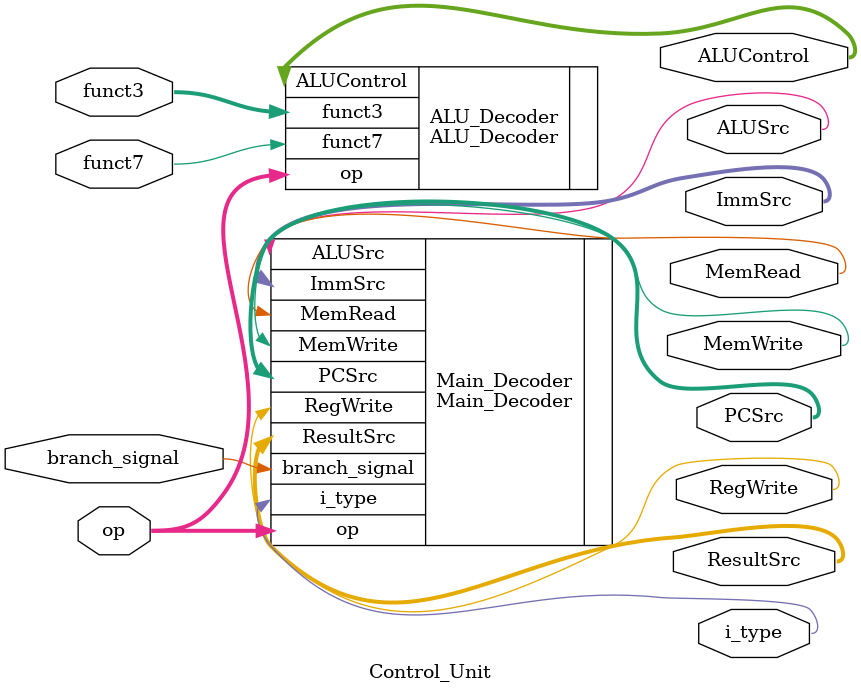
<source format=v>

module Control_Unit(op,funct3,funct7,branch_signal,PCSrc,ResultSrc,MemWrite,MemRead,ALUControl,ALUSrc,ImmSrc,RegWrite,i_type);

// inputs
input [6:0] op;

input [2:0] funct3;
input  funct7;
input branch_signal;
//outputs 
output [1:0] PCSrc;
output [1:0] ResultSrc;
output MemWrite, MemRead;
output  [3:0] ALUControl;
output ALUSrc;
output [1:0] ImmSrc;
output  RegWrite;
output i_type;

 ALU_Decoder ALU_Decoder(.op(op),.funct3(funct3),.funct7(funct7),.ALUControl(ALUControl));
  Main_Decoder Main_Decoder(.op(op),.branch_signal(branch_signal),.PCSrc(PCSrc),.ResultSrc(ResultSrc),
                           .MemWrite(MemWrite),.MemRead(MemRead),.ALUSrc(ALUSrc),.ImmSrc(ImmSrc),.RegWrite(RegWrite),.i_type(i_type));




endmodule

</source>
